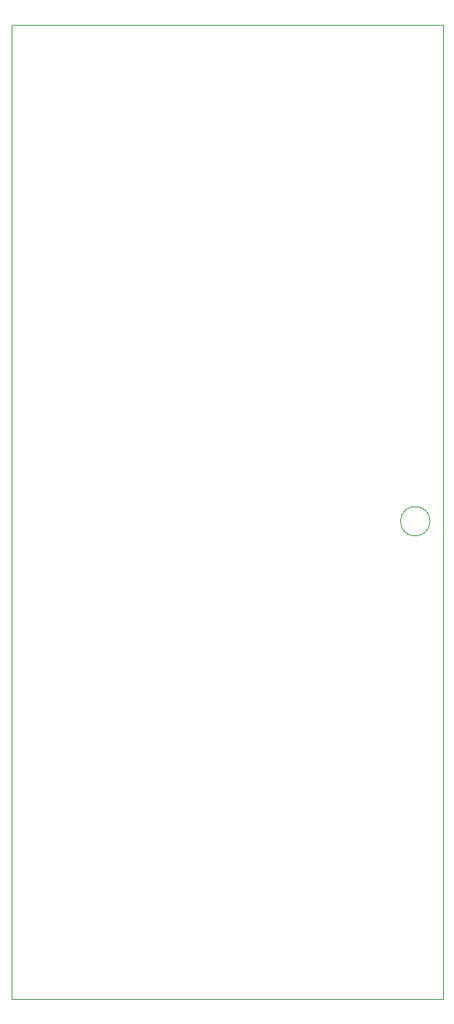
<source format=gbr>
%TF.GenerationSoftware,KiCad,Pcbnew,7.0.2*%
%TF.CreationDate,2025-01-10T16:25:51-06:00*%
%TF.ProjectId,gateDr_mainboard,67617465-4472-45f6-9d61-696e626f6172,rev?*%
%TF.SameCoordinates,Original*%
%TF.FileFunction,Profile,NP*%
%FSLAX46Y46*%
G04 Gerber Fmt 4.6, Leading zero omitted, Abs format (unit mm)*
G04 Created by KiCad (PCBNEW 7.0.2) date 2025-01-10 16:25:51*
%MOMM*%
%LPD*%
G01*
G04 APERTURE LIST*
%TA.AperFunction,Profile*%
%ADD10C,0.100000*%
%TD*%
G04 APERTURE END LIST*
D10*
X97350000Y-115250000D02*
G75*
G03*
X97350000Y-115250000I-1600000J0D01*
G01*
X51750000Y-61250000D02*
X98750000Y-61250000D01*
X98750000Y-167250000D01*
X51750000Y-167250000D01*
X51750000Y-61250000D01*
M02*

</source>
